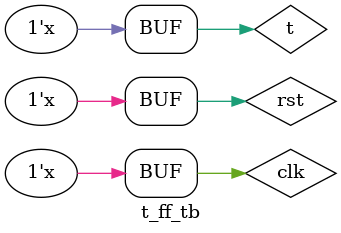
<source format=v>
module t_ff (clk,rst,t,q);
input clk;
input rst;
input t;
output reg q;
always @(posedge clk or posedge rst) begin
if (rst)
q <= 0;
else if (t)
q <= ~q;
else
q <= q;
end
endmodule
//////////tb///////////
module t_ff_tb();
reg clk;
reg rst;
reg t;
wire q;
t_ff t1(clk,rst,t,q);
always #5 clk = ~clk;
initial begin
clk=1; rst=1; t=1'bx; #100;
clk=1; rst=0; t=0; #100;
clk=1; rst=0; t=1; #100;
clk=0; rst=1'bx; t=1'bx;
end
endmodule

</source>
